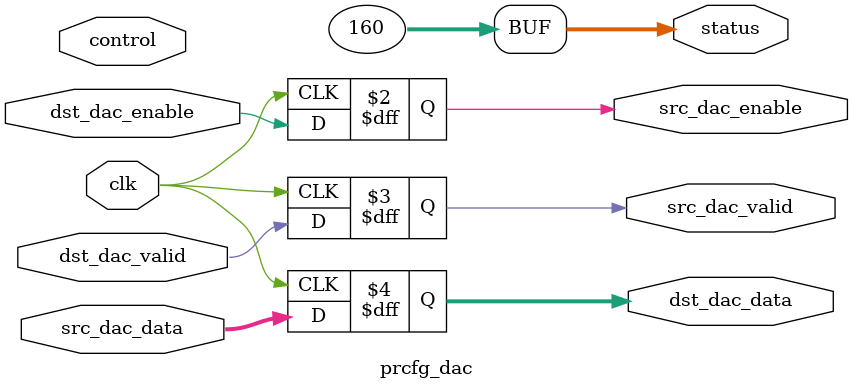
<source format=v>
module prcfg_dac(
  clk,
  control,
  status,
  src_dac_enable,
  src_dac_data,
  src_dac_valid,
  dst_dac_enable,
  dst_dac_data,
  dst_dac_valid
);
  localparam  RP_ID       = 8'hA0;
  parameter   CHANNEL_ID  = 0;
  input             clk;
  input   [31:0]    control;
  output  [31:0]    status;
  output            src_dac_enable;
  input   [15:0]    src_dac_data;
  output            src_dac_valid;
  input             dst_dac_enable;
  output  [15:0]    dst_dac_data;
  input             dst_dac_valid;
  reg               src_dac_enable;
  reg               src_dac_valid;
  reg     [15:0]    dst_dac_data;
  assign status = {24'h0, RP_ID};
  always @(posedge clk) begin
    src_dac_enable  <= dst_dac_enable;
    dst_dac_data    <= src_dac_data;
    src_dac_valid   <= dst_dac_valid;
  end
endmodule
</source>
